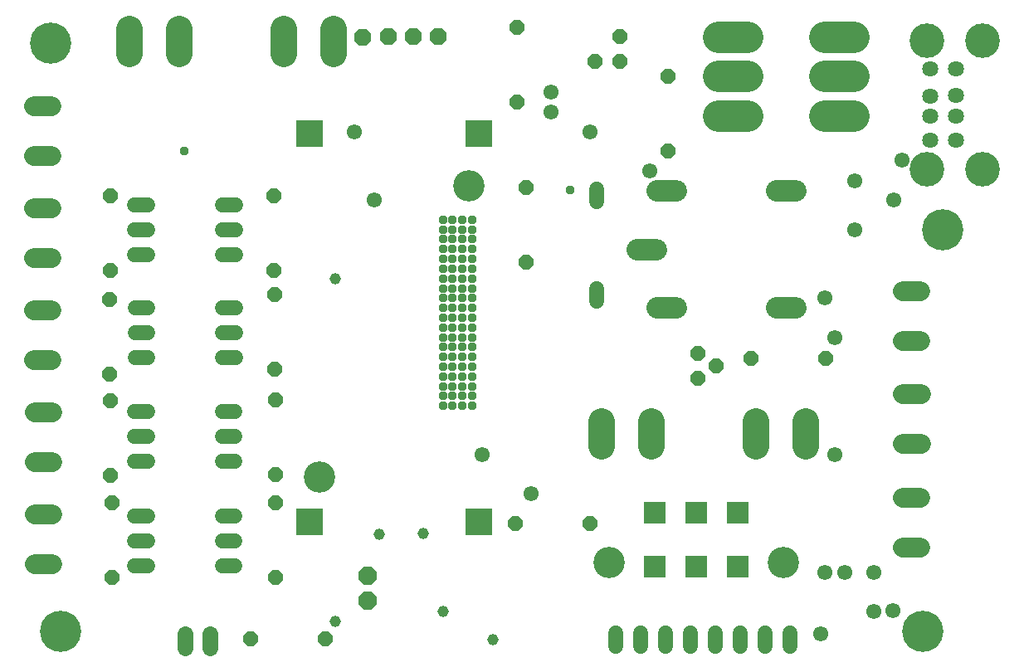
<source format=gbr>
G04 EAGLE Gerber X2 export*
%TF.Part,Single*%
%TF.FileFunction,Soldermask,Bot,1*%
%TF.FilePolarity,Negative*%
%TF.GenerationSoftware,Autodesk,EAGLE,8.7.0*%
%TF.CreationDate,2018-10-16T22:29:40Z*%
G75*
%MOMM*%
%FSLAX34Y34*%
%LPD*%
%AMOC8*
5,1,8,0,0,1.08239X$1,22.5*%
G01*
%ADD10C,4.203200*%
%ADD11P,1.852186X8X292.500000*%
%ADD12C,1.993900*%
%ADD13C,1.524000*%
%ADD14C,2.743200*%
%ADD15C,2.184400*%
%ADD16P,2.034460X8X112.500000*%
%ADD17R,2.303200X2.303200*%
%ADD18C,3.203200*%
%ADD19P,1.649562X8X112.500000*%
%ADD20P,1.649562X8X292.500000*%
%ADD21P,1.649562X8X22.500000*%
%ADD22C,3.213100*%
%ADD23C,3.530600*%
%ADD24C,1.631200*%
%ADD25C,1.625600*%
%ADD26R,2.703200X2.703200*%
%ADD27C,0.959600*%
%ADD28C,1.553200*%
%ADD29C,1.159600*%


D10*
X60000Y640000D03*
X950000Y40000D03*
X70000Y40000D03*
X970000Y450000D03*
D11*
X378456Y646532D03*
D12*
X929267Y125646D02*
X947174Y125646D01*
X947174Y176446D02*
X929267Y176446D01*
D11*
X429590Y646734D03*
X404026Y646684D03*
D12*
X928977Y336488D02*
X946884Y336488D01*
X946884Y387288D02*
X928977Y387288D01*
D13*
X617100Y478396D02*
X617100Y491604D01*
X617100Y390004D02*
X617100Y376796D01*
D12*
X61532Y159118D02*
X43625Y159118D01*
X43625Y108318D02*
X61532Y108318D01*
D14*
X621860Y228800D02*
X621860Y254200D01*
X830140Y254200D02*
X830140Y228800D01*
X779340Y228800D02*
X779340Y254200D01*
X672660Y254200D02*
X672660Y228800D01*
X140560Y628800D02*
X140560Y654200D01*
X348840Y654200D02*
X348840Y628800D01*
X298040Y628800D02*
X298040Y654200D01*
X191360Y654200D02*
X191360Y628800D01*
D11*
X455178Y646968D03*
D15*
X658144Y429400D02*
X677956Y429400D01*
X678464Y369710D02*
X698276Y369710D01*
X698276Y489090D02*
X678464Y489090D01*
X800384Y489090D02*
X820196Y489090D01*
X820196Y369710D02*
X800384Y369710D01*
D12*
X929621Y231086D02*
X947528Y231086D01*
X947528Y281886D02*
X929621Y281886D01*
D16*
X382900Y71400D03*
X382900Y96800D03*
D17*
X676500Y160800D03*
X718500Y160800D03*
X760500Y160800D03*
X760500Y105800D03*
X718500Y105800D03*
X676500Y105800D03*
D18*
X629500Y110400D03*
X807500Y110400D03*
D13*
X158780Y475056D02*
X145572Y475056D01*
X145572Y449656D02*
X158780Y449656D01*
X234980Y449656D02*
X248188Y449656D01*
X248188Y475056D02*
X234980Y475056D01*
X158780Y424256D02*
X145572Y424256D01*
X234980Y424256D02*
X248188Y424256D01*
X158976Y370286D02*
X145768Y370286D01*
X145768Y344886D02*
X158976Y344886D01*
X235176Y344886D02*
X248384Y344886D01*
X248384Y370286D02*
X235176Y370286D01*
X158976Y319486D02*
X145768Y319486D01*
X235176Y319486D02*
X248384Y319486D01*
X158722Y264274D02*
X145514Y264274D01*
X145514Y238874D02*
X158722Y238874D01*
X234922Y238874D02*
X248130Y238874D01*
X248130Y264274D02*
X234922Y264274D01*
X158722Y213474D02*
X145514Y213474D01*
X234922Y213474D02*
X248130Y213474D01*
X158628Y157754D02*
X145420Y157754D01*
X145420Y132354D02*
X158628Y132354D01*
X234828Y132354D02*
X248036Y132354D01*
X248036Y157754D02*
X234828Y157754D01*
X158628Y106954D02*
X145420Y106954D01*
X234828Y106954D02*
X248036Y106954D01*
D19*
X120696Y408178D03*
X120696Y484378D03*
D20*
X690048Y606200D03*
X690048Y530000D03*
D21*
X774166Y318126D03*
X850366Y318126D03*
X533800Y150000D03*
X610000Y150000D03*
D20*
X536000Y656200D03*
X536000Y580000D03*
D19*
X544950Y416450D03*
X544950Y492650D03*
D21*
X263800Y32000D03*
X340000Y32000D03*
D20*
X287576Y484632D03*
X287576Y408432D03*
D19*
X120188Y302514D03*
X120188Y378714D03*
D20*
X288338Y383540D03*
X288338Y307340D03*
D19*
X120696Y199390D03*
X120696Y275590D03*
D20*
X289608Y276098D03*
X289608Y199898D03*
D19*
X122728Y94996D03*
X122728Y171196D03*
D20*
X289284Y170846D03*
X289284Y94646D03*
D22*
X849451Y646132D02*
X879550Y646132D01*
X879550Y606000D02*
X849451Y606000D01*
X849451Y565868D02*
X879550Y565868D01*
X771150Y646132D02*
X741051Y646132D01*
X741051Y606000D02*
X771150Y606000D01*
X771150Y565868D02*
X741051Y565868D01*
D12*
X61278Y263258D02*
X43371Y263258D01*
X43371Y212458D02*
X61278Y212458D01*
X61058Y471554D02*
X43151Y471554D01*
X43151Y420754D02*
X61058Y420754D01*
X61058Y367444D02*
X43151Y367444D01*
X43151Y316644D02*
X61058Y316644D01*
D21*
X615600Y621700D03*
X641000Y621700D03*
X641000Y647100D03*
D23*
X953630Y511446D03*
X1010526Y511700D03*
X953630Y643018D03*
X1010526Y642764D03*
D24*
X983602Y565294D03*
X983602Y586630D03*
X957440Y565294D03*
X957440Y586376D03*
X983602Y613808D03*
X983602Y540910D03*
X957440Y613808D03*
X957440Y540910D03*
D25*
X197300Y37112D02*
X197300Y22888D01*
X222700Y22888D02*
X222700Y37112D01*
D12*
X60912Y575632D02*
X43005Y575632D01*
X43005Y524832D02*
X60912Y524832D01*
D26*
X496360Y548120D03*
X323640Y548120D03*
X323640Y151880D03*
X496360Y151880D03*
D18*
X486200Y494780D03*
X333800Y197600D03*
D20*
X720000Y297808D03*
X739050Y310508D03*
X720000Y323208D03*
D13*
X636070Y38082D02*
X636070Y24874D01*
X661470Y24874D02*
X661470Y38082D01*
X686870Y38082D02*
X686870Y24874D01*
X712270Y24874D02*
X712270Y38082D01*
X737670Y38082D02*
X737670Y24874D01*
X763070Y24874D02*
X763070Y38082D01*
X788470Y38082D02*
X788470Y24874D01*
X813870Y24874D02*
X813870Y38082D01*
D27*
X196447Y530000D03*
D28*
X860000Y340000D03*
X920000Y480000D03*
X928719Y520534D03*
X370000Y550000D03*
X900000Y100000D03*
X900000Y60000D03*
X550000Y180814D03*
X390000Y480000D03*
D29*
X440000Y140000D03*
X350000Y400000D03*
X394970Y138938D03*
X511255Y31255D03*
X460000Y60000D03*
X350000Y50000D03*
D28*
X880000Y500000D03*
X880000Y450000D03*
X870000Y100000D03*
X570000Y570000D03*
X500000Y220000D03*
X860000Y220000D03*
X850000Y100000D03*
X845820Y37084D03*
X918901Y61099D03*
X670814Y510000D03*
X610000Y550000D03*
X570000Y590000D03*
D27*
X590000Y490000D03*
D28*
X850000Y380000D03*
D27*
X490000Y450000D03*
X480000Y450000D03*
X470000Y450000D03*
X470000Y440000D03*
X480000Y440000D03*
X490000Y440000D03*
X490000Y430000D03*
X480000Y430000D03*
X470000Y430000D03*
X460000Y430000D03*
X460000Y420000D03*
X470000Y420000D03*
X480000Y420000D03*
X490000Y420000D03*
X490000Y410000D03*
X480000Y410000D03*
X460000Y410000D03*
X470000Y410000D03*
X460000Y400000D03*
X470000Y400000D03*
X480000Y400000D03*
X490000Y400000D03*
X490000Y390000D03*
X470000Y390000D03*
X460000Y390000D03*
X480000Y390000D03*
X480000Y380000D03*
X470000Y380000D03*
X460000Y380000D03*
X490000Y380000D03*
X490000Y370000D03*
X480000Y370000D03*
X470000Y370000D03*
X460000Y370000D03*
X490000Y360000D03*
X480000Y360000D03*
X470000Y360000D03*
X460000Y360000D03*
X460000Y350000D03*
X470000Y350000D03*
X480000Y350000D03*
X490000Y350000D03*
X490000Y340000D03*
X480000Y340000D03*
X470000Y340000D03*
X460000Y340000D03*
X460000Y330000D03*
X470000Y330000D03*
X480000Y330000D03*
X490000Y330000D03*
X490000Y320000D03*
X480000Y320000D03*
X470000Y320000D03*
X460000Y320000D03*
X460000Y310000D03*
X470000Y310000D03*
X480000Y310000D03*
X490000Y310000D03*
X490000Y300000D03*
X480000Y300000D03*
X470000Y300000D03*
X460000Y300000D03*
X460000Y280000D03*
X460000Y290000D03*
X470000Y290000D03*
X470000Y280000D03*
X480000Y290000D03*
X480000Y280000D03*
X490000Y290000D03*
X490000Y280000D03*
X470000Y460000D03*
X480000Y460000D03*
X490000Y460000D03*
X460000Y270000D03*
X470000Y270000D03*
X480000Y270000D03*
X490000Y270000D03*
X460000Y460000D03*
X460000Y450000D03*
X460000Y440000D03*
M02*

</source>
